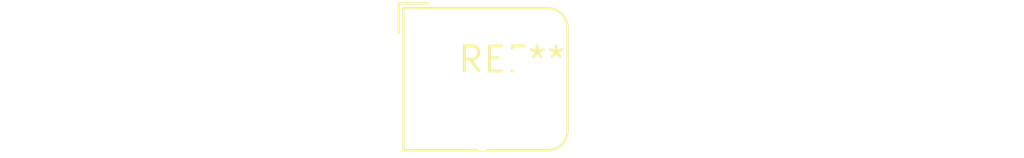
<source format=kicad_pcb>
(kicad_pcb (version 20240108) (generator pcbnew)
  (layers (0 "F.Cu" signal) (31 "B.Cu" signal) (34 "B.Paste" user) (35 "F.Paste" user) (36 "B.SilkS" user "B.Silkscreen") (37 "F.SilkS" user "F.Silkscreen") (38 "B.Mask" user) (39 "F.Mask" user) (44 "Edge.Cuts" user))
  (net 0 "")
  (footprint "JST_JWPF_B02B-JWPF-SK-R_1x02_P2.00mm_Vertical" (layer "F.Cu") (at 0 0)
    (property "Reference" "REF**")
    (property "Value" "JST_JWPF_B02B-JWPF-SK-R_1x02_P2.00mm_Vertical")
    (fp_line (start -5.75 -2.85) (end -4.25 -2.85) (layer "F.SilkS") (stroke (width 0.12)))
    (fp_line (start -5.75 -1.35) (end -5.75 -2.85) (layer "F.SilkS") (stroke (width 0.12)))
    (fp_line (start -5.51 -2.61) (end -5.51 4.61) (layer "F.SilkS") (stroke (width 0.12)))
    (fp_line (start -5.51 4.61) (end 1.81 4.61) (layer "F.SilkS") (stroke (width 0.12)))
    (fp_line (start 1.81 -2.61) (end -5.51 -2.61) (layer "F.SilkS") (stroke (width 0.12)))
    (fp_line (start 2.81 -1.61) (end 2.81 3.61) (layer "F.SilkS") (stroke (width 0.12)))
    (fp_arc (start 1.81 -2.61) (mid 2.517107 -2.317107) (end 2.81 -1.61) (layer "F.SilkS") (stroke (width 0.12)))
    (fp_arc (start 2.81 3.61) (mid 2.517107 4.317107) (end 1.81 4.61) (layer "F.SilkS") (stroke (width 0.12)))
    (pad "" np_thru_hole circle (at -1.5 4.05) (size 1.15 1.15) (drill 1.15) (layers *.Cu *.Mask))
    (pad "1" thru_hole roundrect (at 0 0) (size 2 1.3) (drill 1) (layers *.Cu *.Mask) (remove_unused_layers) (roundrect_rratio 0.192308))
    (pad "2" thru_hole oval (at 0 2) (size 2 1.3) (drill 1) (layers *.Cu *.Mask) (remove_unused_layers))
  )
)
</source>
